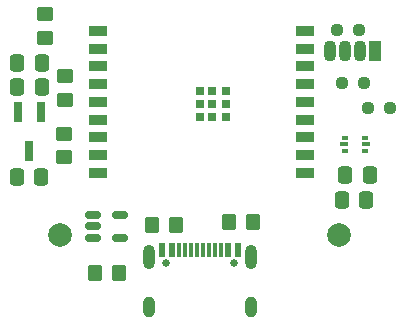
<source format=gbr>
%TF.GenerationSoftware,KiCad,Pcbnew,7.0.2*%
%TF.CreationDate,2023-11-25T23:14:47+00:00*%
%TF.ProjectId,simpleclick,73696d70-6c65-4636-9c69-636b2e6b6963,rev?*%
%TF.SameCoordinates,Original*%
%TF.FileFunction,Soldermask,Top*%
%TF.FilePolarity,Negative*%
%FSLAX46Y46*%
G04 Gerber Fmt 4.6, Leading zero omitted, Abs format (unit mm)*
G04 Created by KiCad (PCBNEW 7.0.2) date 2023-11-25 23:14:47*
%MOMM*%
%LPD*%
G01*
G04 APERTURE LIST*
G04 Aperture macros list*
%AMRoundRect*
0 Rectangle with rounded corners*
0 $1 Rounding radius*
0 $2 $3 $4 $5 $6 $7 $8 $9 X,Y pos of 4 corners*
0 Add a 4 corners polygon primitive as box body*
4,1,4,$2,$3,$4,$5,$6,$7,$8,$9,$2,$3,0*
0 Add four circle primitives for the rounded corners*
1,1,$1+$1,$2,$3*
1,1,$1+$1,$4,$5*
1,1,$1+$1,$6,$7*
1,1,$1+$1,$8,$9*
0 Add four rect primitives between the rounded corners*
20,1,$1+$1,$2,$3,$4,$5,0*
20,1,$1+$1,$4,$5,$6,$7,0*
20,1,$1+$1,$6,$7,$8,$9,0*
20,1,$1+$1,$8,$9,$2,$3,0*%
G04 Aperture macros list end*
%ADD10RoundRect,0.237500X0.250000X0.237500X-0.250000X0.237500X-0.250000X-0.237500X0.250000X-0.237500X0*%
%ADD11RoundRect,0.250000X-0.337500X-0.475000X0.337500X-0.475000X0.337500X0.475000X-0.337500X0.475000X0*%
%ADD12RoundRect,0.250000X-0.350000X-0.450000X0.350000X-0.450000X0.350000X0.450000X-0.350000X0.450000X0*%
%ADD13RoundRect,0.250000X0.337500X0.475000X-0.337500X0.475000X-0.337500X-0.475000X0.337500X-0.475000X0*%
%ADD14RoundRect,0.250000X0.350000X0.450000X-0.350000X0.450000X-0.350000X-0.450000X0.350000X-0.450000X0*%
%ADD15C,2.000000*%
%ADD16RoundRect,0.250000X-0.450000X0.350000X-0.450000X-0.350000X0.450000X-0.350000X0.450000X0.350000X0*%
%ADD17R,1.500000X0.900000*%
%ADD18R,0.700000X0.700000*%
%ADD19C,0.650000*%
%ADD20R,0.600000X1.240000*%
%ADD21R,0.300000X1.240000*%
%ADD22O,1.000000X2.100000*%
%ADD23O,1.000000X1.800000*%
%ADD24R,0.800000X1.800000*%
%ADD25R,0.500000X0.375000*%
%ADD26R,0.650000X0.300000*%
%ADD27RoundRect,0.250000X0.450000X-0.350000X0.450000X0.350000X-0.450000X0.350000X-0.450000X-0.350000X0*%
%ADD28RoundRect,0.150000X-0.512500X-0.150000X0.512500X-0.150000X0.512500X0.150000X-0.512500X0.150000X0*%
%ADD29R,1.070000X1.800000*%
%ADD30O,1.070000X1.800000*%
G04 APERTURE END LIST*
D10*
%TO.C,R7*%
X133500000Y-77900000D03*
X131675000Y-77900000D03*
%TD*%
%TO.C,R6*%
X133112500Y-73400000D03*
X131287500Y-73400000D03*
%TD*%
%TO.C,R5*%
X135712500Y-80000000D03*
X133887500Y-80000000D03*
%TD*%
D11*
%TO.C,C2*%
X104162500Y-78200000D03*
X106237500Y-78200000D03*
%TD*%
%TO.C,C4*%
X131662500Y-87800000D03*
X133737500Y-87800000D03*
%TD*%
D12*
%TO.C,R2*%
X110760000Y-93980000D03*
X112760000Y-93980000D03*
%TD*%
D13*
%TO.C,C1*%
X106193500Y-85852000D03*
X104118500Y-85852000D03*
%TD*%
D14*
%TO.C,R3*%
X117600000Y-89900000D03*
X115600000Y-89900000D03*
%TD*%
D15*
%TO.C,-BAT1*%
X131400000Y-90800000D03*
%TD*%
D16*
%TO.C,R12*%
X108200000Y-77300000D03*
X108200000Y-79300000D03*
%TD*%
D17*
%TO.C,U2*%
X111000000Y-73500000D03*
X111000000Y-75000000D03*
X111000000Y-76500000D03*
X111000000Y-78000000D03*
X111000000Y-79500000D03*
X111000000Y-81000000D03*
X111000000Y-82500000D03*
X111000000Y-84000000D03*
X111000000Y-85500000D03*
X128500000Y-85500000D03*
X128500000Y-84000000D03*
X128500000Y-82500000D03*
X128500000Y-81000000D03*
X128500000Y-79500000D03*
X128500000Y-78000000D03*
X128500000Y-76500000D03*
X128500000Y-75000000D03*
X128500000Y-73500000D03*
D18*
X119610000Y-78600000D03*
X119610000Y-79700000D03*
X119610000Y-80800000D03*
X120660000Y-78600000D03*
X120660000Y-79700000D03*
X120660000Y-80800000D03*
X121810000Y-78600000D03*
X121810000Y-79700000D03*
X121810000Y-80800000D03*
%TD*%
D19*
%TO.C,J1*%
X116744000Y-93153000D03*
X122524000Y-93153000D03*
D20*
X116434000Y-92033000D03*
X117234000Y-92033000D03*
D21*
X118384000Y-92033000D03*
X119384000Y-92033000D03*
X119884000Y-92033000D03*
X120884000Y-92033000D03*
D20*
X122034000Y-92033000D03*
X122834000Y-92033000D03*
X122834000Y-92033000D03*
X122034000Y-92033000D03*
D21*
X121384000Y-92033000D03*
X120384000Y-92033000D03*
X118884000Y-92033000D03*
X117884000Y-92033000D03*
D20*
X117234000Y-92033000D03*
X116434000Y-92033000D03*
D22*
X115314000Y-92633000D03*
D23*
X115314000Y-96833000D03*
D22*
X123954000Y-92633000D03*
D23*
X123954000Y-96833000D03*
%TD*%
D24*
%TO.C,U3*%
X106150000Y-80350000D03*
X104250000Y-80350000D03*
X105200000Y-83650000D03*
%TD*%
D11*
%TO.C,C3*%
X104162500Y-76200000D03*
X106237500Y-76200000D03*
%TD*%
D25*
%TO.C,U1*%
X131950000Y-82562500D03*
D26*
X131875000Y-83100000D03*
D25*
X131950000Y-83637500D03*
X133650000Y-83637500D03*
D26*
X133725000Y-83100000D03*
D25*
X133650000Y-82562500D03*
%TD*%
D15*
%TO.C,+BAT1*%
X107800000Y-90800000D03*
%TD*%
D11*
%TO.C,C5*%
X131962500Y-85700000D03*
X134037500Y-85700000D03*
%TD*%
D16*
%TO.C,R1*%
X106500000Y-72100000D03*
X106500000Y-74100000D03*
%TD*%
D12*
%TO.C,R4*%
X122100000Y-89700000D03*
X124100000Y-89700000D03*
%TD*%
D27*
%TO.C,R11*%
X108100000Y-84200000D03*
X108100000Y-82200000D03*
%TD*%
D28*
%TO.C,U4*%
X110562500Y-89093000D03*
X110562500Y-90043000D03*
X110562500Y-90993000D03*
X112837500Y-90993000D03*
X112837500Y-89093000D03*
%TD*%
D29*
%TO.C,D1*%
X134500000Y-75200000D03*
D30*
X133230000Y-75200000D03*
X131960000Y-75200000D03*
X130690000Y-75200000D03*
%TD*%
M02*

</source>
